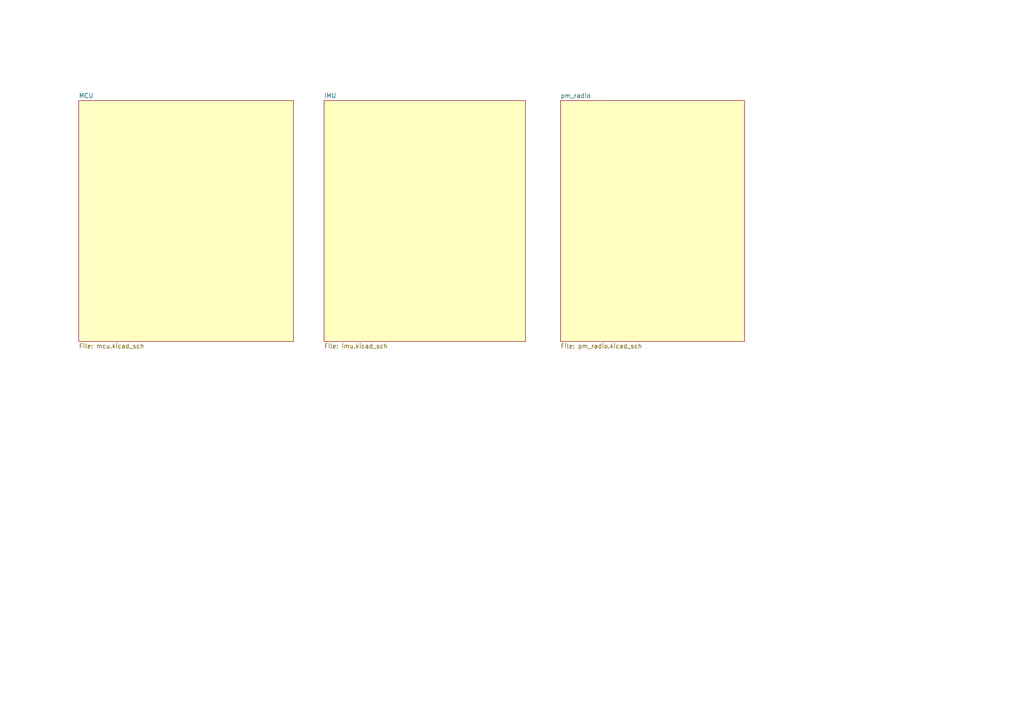
<source format=kicad_sch>
(kicad_sch
	(version 20231120)
	(generator "eeschema")
	(generator_version "8.0")
	(uuid "6b53a2c8-c612-4a6e-a564-e7222c0357f2")
	(paper "A4")
	(lib_symbols)
	(no_connect
		(at 105.41 -2.54)
		(uuid "32afa993-e7a8-49b6-9077-1aa44cba2728")
	)
	(sheet
		(at 162.56 29.21)
		(size 53.34 69.85)
		(fields_autoplaced yes)
		(stroke
			(width 0.1524)
			(type solid)
		)
		(fill
			(color 255 255 194 1.0000)
		)
		(uuid "4b949082-d568-4f6f-90f4-34f0b4e18964")
		(property "Sheetname" "pm_radio"
			(at 162.56 28.4984 0)
			(effects
				(font
					(size 1.27 1.27)
				)
				(justify left bottom)
			)
		)
		(property "Sheetfile" "pm_radio.kicad_sch"
			(at 162.56 99.6446 0)
			(effects
				(font
					(size 1.27 1.27)
				)
				(justify left top)
			)
		)
		(instances
			(project "CF2X_V2_OLD"
				(path "/6b53a2c8-c612-4a6e-a564-e7222c0357f2"
					(page "4")
				)
			)
		)
	)
	(sheet
		(at 22.86 29.21)
		(size 62.23 69.85)
		(fields_autoplaced yes)
		(stroke
			(width 0.1524)
			(type solid)
		)
		(fill
			(color 255 255 194 1.0000)
		)
		(uuid "af358d8a-ac32-4465-902e-25c1f47a4b9a")
		(property "Sheetname" "MCU"
			(at 22.86 28.4984 0)
			(effects
				(font
					(size 1.27 1.27)
				)
				(justify left bottom)
			)
		)
		(property "Sheetfile" "mcu.kicad_sch"
			(at 22.86 99.6446 0)
			(effects
				(font
					(size 1.27 1.27)
				)
				(justify left top)
			)
		)
		(instances
			(project "CF2X_V2_OLD"
				(path "/6b53a2c8-c612-4a6e-a564-e7222c0357f2"
					(page "2")
				)
			)
		)
	)
	(sheet
		(at 93.98 29.21)
		(size 58.42 69.85)
		(fields_autoplaced yes)
		(stroke
			(width 0.1524)
			(type solid)
		)
		(fill
			(color 255 255 194 1.0000)
		)
		(uuid "d32c717d-d5c4-42c4-8485-ede145a42a63")
		(property "Sheetname" "IMU"
			(at 93.98 28.4984 0)
			(effects
				(font
					(size 1.27 1.27)
				)
				(justify left bottom)
			)
		)
		(property "Sheetfile" "imu.kicad_sch"
			(at 93.98 99.6446 0)
			(effects
				(font
					(size 1.27 1.27)
				)
				(justify left top)
			)
		)
		(instances
			(project "CF2X_V2_OLD"
				(path "/6b53a2c8-c612-4a6e-a564-e7222c0357f2"
					(page "3")
				)
			)
		)
	)
	(sheet_instances
		(path "/"
			(page "1")
		)
	)
)

</source>
